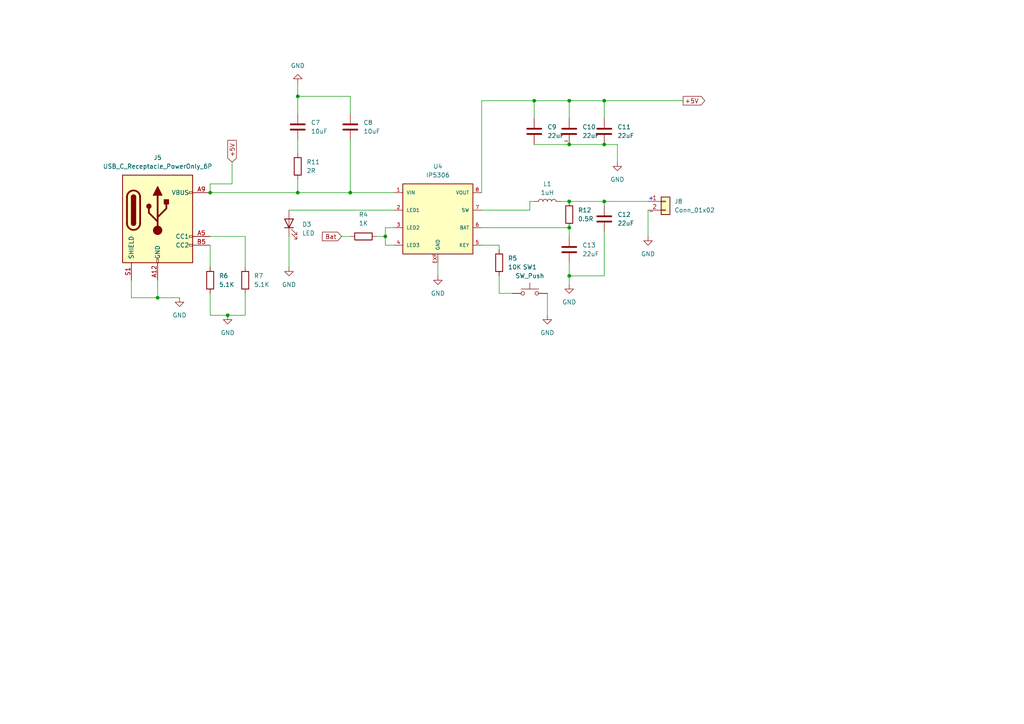
<source format=kicad_sch>
(kicad_sch (version 20230121) (generator eeschema)
  (paper "A4")
  (lib_symbols
    (symbol "Connector:USB_C_Receptacle_PowerOnly_6P" (pin_names (offset 1.016))
      (property "Reference" "J" (at 0 16.51 0))
      (property "Value" "USB_C_Receptacle_PowerOnly_6P" (at 0 13.97 0))
      (symbol "USB_C_Receptacle_PowerOnly_6P_0_0"
        (rectangle (start -0.254 -12.7) (end 0.254 -11.684))
        (rectangle (start 10.16 -7.366) (end 9.144 -7.874))
        (rectangle (start 10.16 -4.826) (end 9.144 -5.334))
        (rectangle (start 10.16 7.874) (end 9.144 7.366))
      )
      (symbol "USB_C_Receptacle_PowerOnly_6P_0_1"
        (rectangle (start -10.16 12.7) (end 10.16 -12.7) (stroke (width 0.254)) (fill (type background)))
        (arc (start -8.89 -1.27) (mid -6.985 -3.1667) (end -5.08 -1.27) (stroke (width 0.508)))
        (arc (start -7.62 -1.27) (mid -6.985 -1.9023) (end -6.35 -1.27) (stroke (width 0.254)))
        (arc (start -7.62 -1.27) (mid -6.985 -1.9023) (end -6.35 -1.27) (stroke (width 0.254)) (fill (type outline)))
        (rectangle (start -7.62 -1.27) (end -6.35 6.35) (stroke (width 0.254)) (fill (type outline)))
        (arc (start -6.35 6.35) (mid -6.985 6.9823) (end -7.62 6.35) (stroke (width 0.254)))
        (arc (start -6.35 6.35) (mid -6.985 6.9823) (end -7.62 6.35) (stroke (width 0.254)) (fill (type outline)))
        (arc (start -5.08 6.35) (mid -6.985 8.2467) (end -8.89 6.35) (stroke (width 0.508)))
        (circle (center -2.54 3.683) (radius 0.635) (stroke (width 0.254)) (fill (type outline)))
        (circle (center 0 -3.302) (radius 1.27) (fill (type outline)))
        (polyline (pts (xy -8.89 -1.27) (xy -8.89 6.35)) (stroke (width 0.508)))
        (polyline (pts (xy -5.08 6.35) (xy -5.08 -1.27)) (stroke (width 0.508)))
        (polyline (pts (xy 0 -3.302) (xy 0 6.858)) (stroke (width 0.508)))
        (polyline (pts (xy 0 -0.762) (xy -2.54 1.778) (xy -2.54 3.048)) (stroke (width 0.508)))
        (polyline (pts (xy 0 0.508) (xy 2.54 3.048) (xy 2.54 4.318)) (stroke (width 0.508)))
        (polyline (pts (xy -1.27 6.858) (xy 0 9.398) (xy 1.27 6.858) (xy -1.27 6.858)) (stroke (width 0.254)) (fill (type outline)))
        (rectangle (start 1.905 4.318) (end 3.175 5.588) (stroke (width 0.254)) (fill (type outline)))
      )
      (symbol "USB_C_Receptacle_PowerOnly_6P_1_1"
        (pin passive line (at 0 -17.78 90) (length 5.08) (name "GND") (number "A12"))
        (pin bidirectional line (at 15.24 -5.08 180) (length 5.08) (name "CC1") (number "A5"))
        (pin passive line (at 15.24 7.62 180) (length 5.08) (name "VBUS") (number "A9"))
        (pin passive line (at 0 -17.78 90) (length 5.08) hide (name "GND") (number "B12"))
        (pin bidirectional line (at 15.24 -7.62 180) (length 5.08) (name "CC2") (number "B5"))
        (pin passive line (at 15.24 7.62 180) (length 5.08) hide (name "VBUS") (number "B9"))
        (pin passive line (at -7.62 -17.78 90) (length 5.08) (name "SHIELD") (number "S1"))
      )
    )
    (symbol "Connector_Generic:Conn_01x02" (pin_names (offset 1.016) hide)
      (property "Reference" "J" (at 0 2.54 0))
      (property "Value" "Conn_01x02" (at 0 -5.08 0))
      (symbol "Conn_01x02_1_1"
        (rectangle (start -1.27 -2.413) (end 0 -2.667) (stroke (width 0.1524)))
        (rectangle (start -1.27 0.127) (end 0 -0.127) (stroke (width 0.1524)))
        (rectangle (start -1.27 1.27) (end 1.27 -3.81) (stroke (width 0.254)) (fill (type background)))
        (pin passive line (at -5.08 0 0) (length 3.81) (name "Pin_1") (number "1"))
        (pin passive line (at -5.08 -2.54 0) (length 3.81) (name "Pin_2") (number "2"))
      )
    )
    (symbol "Device:C" (pin_numbers hide) (pin_names (offset 0.254))
      (property "Reference" "C" (at 0.635 2.54 0))
      (property "Value" "C" (at 0.635 -2.54 0))
      (symbol "C_0_1"
        (polyline (pts (xy -2.032 -0.762) (xy 2.032 -0.762)) (stroke (width 0.508)))
        (polyline (pts (xy -2.032 0.762) (xy 2.032 0.762)) (stroke (width 0.508)))
      )
      (symbol "C_1_1"
        (pin passive line (at 0 3.81 270) (length 2.794) (name "~") (number "1"))
        (pin passive line (at 0 -3.81 90) (length 2.794) (name "~") (number "2"))
      )
    )
    (symbol "Device:L" (pin_numbers hide) (pin_names (offset 1.016) hide)
      (property "Reference" "L" (at -1.27 0 90))
      (property "Value" "L" (at 1.905 0 90))
      (symbol "L_0_1"
        (arc (start 0 -2.54) (mid 0.6323 -1.905) (end 0 -1.27))
        (arc (start 0 -1.27) (mid 0.6323 -0.635) (end 0 0))
        (arc (start 0 0) (mid 0.6323 0.635) (end 0 1.27))
        (arc (start 0 1.27) (mid 0.6323 1.905) (end 0 2.54))
      )
      (symbol "L_1_1"
        (pin passive line (at 0 3.81 270) (length 1.27) (name "1") (number "1"))
        (pin passive line (at 0 -3.81 90) (length 1.27) (name "2") (number "2"))
      )
    )
    (symbol "Device:LED" (pin_numbers hide) (pin_names (offset 1.016) hide)
      (property "Reference" "D" (at 0 2.54 0))
      (property "Value" "LED" (at 0 -2.54 0))
      (symbol "LED_0_1"
        (polyline (pts (xy -1.27 -1.27) (xy -1.27 1.27)) (stroke (width 0.254)))
        (polyline (pts (xy -1.27 0) (xy 1.27 0)))
        (polyline (pts (xy 1.27 -1.27) (xy 1.27 1.27) (xy -1.27 0) (xy 1.27 -1.27)) (stroke (width 0.254)))
        (polyline (pts (xy -3.048 -0.762) (xy -4.572 -2.286) (xy -3.81 -2.286) (xy -4.572 -2.286) (xy -4.572 -1.524)))
        (polyline (pts (xy -1.778 -0.762) (xy -3.302 -2.286) (xy -2.54 -2.286) (xy -3.302 -2.286) (xy -3.302 -1.524)))
      )
      (symbol "LED_1_1"
        (pin passive line (at -3.81 0 0) (length 2.54) (name "K") (number "1"))
        (pin passive line (at 3.81 0 180) (length 2.54) (name "A") (number "2"))
      )
    )
    (symbol "Device:R" (pin_numbers hide) (pin_names (offset 0))
      (property "Reference" "R" (at 2.032 0 90))
      (property "Value" "R" (at 0 0 90))
      (symbol "R_0_1"
        (rectangle (start -1.016 -2.54) (end 1.016 2.54) (stroke (width 0.254)))
      )
      (symbol "R_1_1"
        (pin passive line (at 0 3.81 270) (length 1.27) (name "~") (number "1"))
        (pin passive line (at 0 -3.81 90) (length 1.27) (name "~") (number "2"))
      )
    )
    (symbol "IP5306:IP5306" (pin_names (offset 1.016))
      (property "Reference" "U" (at -10.16 10.922 0))
      (property "Value" "IP5306" (at 2.54 -12.7 0))
      (symbol "IP5306_0_0"
        (rectangle (start -10.16 -10.16) (end 10.16 10.16) (stroke (width 0.254)) (fill (type background)))
        (pin bidirectional line (at -12.7 7.62 0) (length 2.54) (name "VIN") (number "1"))
        (pin bidirectional line (at -12.7 2.54 0) (length 2.54) (name "LED1") (number "2"))
        (pin bidirectional line (at -12.7 -2.54 0) (length 2.54) (name "LED2") (number "3"))
        (pin bidirectional line (at -12.7 -7.62 0) (length 2.54) (name "LED3") (number "4"))
        (pin bidirectional line (at 12.7 -7.62 180) (length 2.54) (name "KEY") (number "5"))
        (pin bidirectional line (at 12.7 -2.54 180) (length 2.54) (name "BAT") (number "6"))
        (pin bidirectional line (at 12.7 2.54 180) (length 2.54) (name "SW") (number "7"))
        (pin bidirectional line (at 12.7 7.62 180) (length 2.54) (name "VOUT") (number "8"))
        (pin bidirectional line (at 0 -12.7 90) (length 2.54) (name "GND") (number "EXP"))
      )
    )
    (symbol "Switch:SW_Push" (pin_numbers hide) (pin_names (offset 1.016) hide)
      (property "Reference" "SW" (at 1.27 2.54 0))
      (property "Value" "SW_Push" (at 0 -1.524 0))
      (symbol "SW_Push_0_1"
        (circle (center -2.032 0) (radius 0.508))
        (polyline (pts (xy 0 1.27) (xy 0 3.048)))
        (polyline (pts (xy 2.54 1.27) (xy -2.54 1.27)))
        (circle (center 2.032 0) (radius 0.508))
        (pin passive line (at -5.08 0 0) (length 2.54) (name "1") (number "1"))
        (pin passive line (at 5.08 0 180) (length 2.54) (name "2") (number "2"))
      )
    )
    (symbol "power:GND" (power) (pin_names (offset 0))
      (property "Value" "GND" (at 0 -3.81 0))
      (symbol "GND_0_1"
        (polyline (pts (xy 0 0) (xy 0 -1.27) (xy 1.27 -1.27) (xy 0 -2.54) (xy -1.27 -1.27) (xy 0 -1.27)))
      )
      (symbol "GND_1_1"
        (pin power_in line (at 0 0 270) (length 0) hide (name "GND") (number "1"))
      )
    )
  )
  (junction (at 60.96 55.88))
  (junction (at 111.76 68.58))
  (junction (at 86.36 27.94))
  (junction (at 165.1 66.04))
  (junction (at 45.72 86.36))
  (junction (at 154.94 29.21))
  (junction (at 165.1 41.91))
  (junction (at 165.1 80.01))
  (junction (at 86.36 55.88))
  (junction (at 165.1 58.42))
  (junction (at 66.04 91.44))
  (junction (at 175.26 58.42))
  (junction (at 175.26 41.91))
  (junction (at 101.6 55.88))
  (junction (at 165.1 29.21))
  (junction (at 175.26 29.21))
  (wire (pts (xy 153.67 58.42) (xy 154.94 58.42)))
  (wire (pts (xy 175.26 41.91) (xy 179.07 41.91)))
  (wire (pts (xy 45.72 86.36) (xy 52.07 86.36)))
  (wire (pts (xy 67.31 53.34) (xy 60.96 53.34)))
  (wire (pts (xy 154.94 29.21) (xy 165.1 29.21)))
  (wire (pts (xy 71.12 85.09) (xy 71.12 91.44)))
  (wire (pts (xy 86.36 40.64) (xy 86.36 44.45)))
  (wire (pts (xy 175.26 29.21) (xy 198.12 29.21)))
  (wire (pts (xy 127 76.2) (xy 127 80.01)))
  (wire (pts (xy 38.1 81.28) (xy 38.1 86.36)))
  (wire (pts (xy 109.22 68.58) (xy 111.76 68.58)))
  (wire (pts (xy 175.26 29.21) (xy 175.26 34.29)))
  (wire (pts (xy 144.78 80.01) (xy 144.78 85.09)))
  (wire (pts (xy 111.76 66.04) (xy 114.3 66.04)))
  (wire (pts (xy 187.96 60.96) (xy 187.96 68.58)))
  (wire (pts (xy 101.6 40.64) (xy 101.6 55.88)))
  (wire (pts (xy 60.96 68.58) (xy 71.12 68.58)))
  (wire (pts (xy 71.12 91.44) (xy 66.04 91.44)))
  (wire (pts (xy 139.7 71.12) (xy 144.78 71.12)))
  (wire (pts (xy 165.1 82.55) (xy 165.1 80.01)))
  (wire (pts (xy 83.82 68.58) (xy 83.82 77.47)))
  (wire (pts (xy 175.26 58.42) (xy 187.96 58.42)))
  (wire (pts (xy 101.6 55.88) (xy 114.3 55.88)))
  (wire (pts (xy 165.1 80.01) (xy 175.26 80.01)))
  (wire (pts (xy 111.76 66.04) (xy 111.76 68.58)))
  (wire (pts (xy 60.96 85.09) (xy 60.96 91.44)))
  (wire (pts (xy 175.26 58.42) (xy 175.26 59.69)))
  (wire (pts (xy 165.1 29.21) (xy 175.26 29.21)))
  (wire (pts (xy 144.78 71.12) (xy 144.78 72.39)))
  (wire (pts (xy 60.96 53.34) (xy 60.96 55.88)))
  (wire (pts (xy 165.1 29.21) (xy 165.1 34.29)))
  (wire (pts (xy 139.7 29.21) (xy 154.94 29.21)))
  (wire (pts (xy 175.26 80.01) (xy 175.26 67.31)))
  (wire (pts (xy 162.56 58.42) (xy 165.1 58.42)))
  (wire (pts (xy 60.96 91.44) (xy 66.04 91.44)))
  (wire (pts (xy 60.96 55.88) (xy 86.36 55.88)))
  (wire (pts (xy 111.76 68.58) (xy 111.76 71.12)))
  (wire (pts (xy 83.82 60.96) (xy 114.3 60.96)))
  (wire (pts (xy 86.36 27.94) (xy 86.36 33.02)))
  (wire (pts (xy 153.67 58.42) (xy 153.67 60.96)))
  (wire (pts (xy 67.31 46.99) (xy 67.31 53.34)))
  (wire (pts (xy 101.6 33.02) (xy 101.6 27.94)))
  (wire (pts (xy 71.12 68.58) (xy 71.12 77.47)))
  (wire (pts (xy 154.94 34.29) (xy 154.94 29.21)))
  (wire (pts (xy 154.94 41.91) (xy 165.1 41.91)))
  (wire (pts (xy 86.36 52.07) (xy 86.36 55.88)))
  (wire (pts (xy 139.7 66.04) (xy 165.1 66.04)))
  (wire (pts (xy 86.36 27.94) (xy 101.6 27.94)))
  (wire (pts (xy 165.1 66.04) (xy 165.1 68.58)))
  (wire (pts (xy 60.96 71.12) (xy 60.96 77.47)))
  (wire (pts (xy 165.1 41.91) (xy 175.26 41.91)))
  (wire (pts (xy 86.36 55.88) (xy 101.6 55.88)))
  (wire (pts (xy 45.72 81.28) (xy 45.72 86.36)))
  (wire (pts (xy 144.78 85.09) (xy 148.59 85.09)))
  (wire (pts (xy 165.1 76.2) (xy 165.1 80.01)))
  (wire (pts (xy 99.06 68.58) (xy 101.6 68.58)))
  (wire (pts (xy 38.1 86.36) (xy 45.72 86.36)))
  (wire (pts (xy 158.75 85.09) (xy 158.75 91.44)))
  (wire (pts (xy 165.1 58.42) (xy 175.26 58.42)))
  (wire (pts (xy 153.67 60.96) (xy 139.7 60.96)))
  (wire (pts (xy 139.7 55.88) (xy 139.7 29.21)))
  (wire (pts (xy 86.36 24.13) (xy 86.36 27.94)))
  (wire (pts (xy 179.07 41.91) (xy 179.07 46.99)))
  (wire (pts (xy 114.3 71.12) (xy 111.76 71.12)))
  (text "-" (at 187.96 62.23 0) (effects (font (size 1.27 1.27)) (justify left bottom)))
  (text "+" (at 187.96 58.42 0) (effects (font (size 1.27 1.27)) (justify left bottom)))
  (label "-" (at 165.1 41.91 180))
  (global_label "+5V" (shape output) (at 198.12 29.21 0) (property "Intersheetrefs" "${INTERSHEET_REFS}" (effects hide)))
  (global_label "Bat" (shape input) (at 99.06 68.58 180) (property "Intersheetrefs" "${INTERSHEET_REFS}" (effects hide)))
  (global_label "+5V" (shape input) (at 67.31 46.99 90) (property "Intersheetrefs" "${INTERSHEET_REFS}" (effects hide)))
  (symbol (lib_id "Device:L") (at 158.75 58.42 90) (unit 1)
    (property "Reference" "L1" (at 158.75 53.34 90))
    (property "Value" "1uH" (at 158.75 55.88 90))
  )
  (symbol (lib_id "Device:C") (at 165.1 38.1 0) (unit 1)
    (property "Reference" "C10" (at 168.91 36.83 0) (effects (justify left)))
    (property "Value" "22uF" (at 168.91 39.37 0) (effects (justify left)))
    (property "Footprint" "Capacitor_SMD:C_0201_0603Metric" (effects hide))
  )
  (symbol (lib_id "power:GND") (at 66.04 91.44 0) (unit 1)
    (property "Reference" "#PWR012" (effects hide))
    (property "Value" "GND" (at 66.04 96.52 0))
  )
  (symbol (lib_id "Device:C") (at 86.36 36.83 0) (unit 1)
    (property "Reference" "C7" (at 90.17 35.56 0) (effects (justify left)))
    (property "Value" "10uF" (at 90.17 38.1 0) (effects (justify left)))
  )
  (symbol (lib_id "Device:R") (at 144.78 76.2 180) (unit 1)
    (property "Reference" "R5" (at 147.32 74.93 0) (effects (justify right)))
    (property "Value" "10K" (at 147.32 77.47 0) (effects (justify right)))
  )
  (symbol (lib_id "power:GND") (at 52.07 86.36 0) (unit 1)
    (property "Reference" "#PWR011" (effects hide))
    (property "Value" "GND" (at 52.07 91.44 0))
  )
  (symbol (lib_id "Switch:SW_Push") (at 153.67 85.09 0) (unit 1)
    (property "Reference" "SW1" (at 153.67 77.47 0))
    (property "Value" "SW_Push" (at 153.67 80.01 0))
    (property "Footprint" "Button_Switch_SMD:SW_SPST_Omron_B3FS-100xP" (effects hide))
  )
  (symbol (lib_id "Device:LED") (at 83.82 64.77 90) (unit 1)
    (property "Reference" "D3" (at 87.63 65.0875 90) (effects (justify right)))
    (property "Value" "LED" (at 87.63 67.6275 90) (effects (justify right)))
    (property "Footprint" "LED_SMD:LED_0201_0603Metric" (effects hide))
  )
  (symbol (lib_id "Device:C") (at 165.1 72.39 0) (unit 1)
    (property "Reference" "C13" (at 168.91 71.12 0) (effects (justify left)))
    (property "Value" "22uF" (at 168.91 73.66 0) (effects (justify left)))
  )
  (symbol (lib_id "Device:C") (at 101.6 36.83 0) (unit 1)
    (property "Reference" "C8" (at 105.41 35.56 0) (effects (justify left)))
    (property "Value" "10uF" (at 105.41 38.1 0) (effects (justify left)))
  )
  (symbol (lib_id "Device:C") (at 175.26 38.1 0) (unit 1)
    (property "Reference" "C11" (at 179.07 36.83 0) (effects (justify left)))
    (property "Value" "22uF" (at 179.07 39.37 0) (effects (justify left)))
    (property "Footprint" "Capacitor_SMD:C_0201_0603Metric" (effects hide))
  )
  (symbol (lib_id "power:GND") (at 187.96 68.58 0) (unit 1)
    (property "Reference" "#PWR030" (effects hide))
    (property "Value" "GND" (at 187.96 73.66 0))
  )
  (symbol (lib_id "Device:R") (at 86.36 48.26 0) (unit 1)
    (property "Reference" "R11" (at 88.9 46.99 0) (effects (justify left)))
    (property "Value" "2R" (at 88.9 49.53 0) (effects (justify left)))
  )
  (symbol (lib_id "Device:R") (at 165.1 62.23 0) (unit 1)
    (property "Reference" "R12" (at 167.64 60.96 0) (effects (justify left)))
    (property "Value" "0.5R " (at 167.64 63.5 0) (effects (justify left)))
  )
  (symbol (lib_id "power:GND") (at 165.1 82.55 0) (unit 1)
    (property "Reference" "#PWR031" (effects hide))
    (property "Value" "GND" (at 165.1 87.63 0))
  )
  (symbol (lib_id "Device:R") (at 60.96 81.28 0) (unit 1)
    (property "Reference" "R6" (at 63.5 80.01 0) (effects (justify left)))
    (property "Value" "5.1K" (at 63.5 82.55 0) (effects (justify left)))
    (property "Footprint" "Resistor_SMD:R_0201_0603Metric" (effects hide))
  )
  (symbol (lib_id "Device:C") (at 154.94 38.1 0) (unit 1)
    (property "Reference" "C9" (at 158.75 36.83 0) (effects (justify left)))
    (property "Value" "22uF" (at 158.75 39.37 0) (effects (justify left)))
    (property "Footprint" "Capacitor_SMD:C_0201_0603Metric" (effects hide))
  )
  (symbol (lib_id "Device:R") (at 71.12 81.28 0) (unit 1)
    (property "Reference" "R7" (at 73.66 80.01 0) (effects (justify left)))
    (property "Value" "5.1K" (at 73.66 82.55 0) (effects (justify left)))
    (property "Footprint" "Resistor_SMD:R_0201_0603Metric" (effects hide))
  )
  (symbol (lib_id "Connector:USB_C_Receptacle_PowerOnly_6P") (at 45.72 63.5 0) (unit 1)
    (property "Reference" "J5" (at 45.72 45.72 0))
    (property "Value" "USB_C_Receptacle_PowerOnly_6P" (at 45.72 48.26 0))
    (property "Footprint" "Connector_USB:USB_A_CNCTech_1001-011-01101_Horizontal" (effects hide))
    (property "Datasheet" "https://www.usb.org/sites/default/files/documents/usb_type-c.zip" (effects hide))
  )
  (symbol (lib_id "power:GND") (at 158.75 91.44 0) (unit 1)
    (property "Reference" "#PWR09" (effects hide))
    (property "Value" "GND" (at 158.75 96.52 0))
  )
  (symbol (lib_id "Connector_Generic:Conn_01x02") (at 193.04 58.42 0) (unit 1)
    (property "Reference" "J8" (at 195.58 58.42 0) (effects (justify left)))
    (property "Value" "Conn_01x02" (at 195.58 60.96 0) (effects (justify left)))
  )
  (symbol (lib_id "IP5306:IP5306") (at 127 63.5 0) (unit 1)
    (property "Reference" "U4" (at 127 48.26 0))
    (property "Value" "IP5306" (at 127 50.8 0))
    (property "Footprint" "IP5306:SOP8-P" (effects hide))
    (property "MF" "Injoinic" (effects hide))
    (property "Description" "\n                        \n                            Fully-Integrated Power Bank System-On-Chip with 2.1A charger, 2.4A discharger\n                        \n" (effects hide))
    (property "Package" "None" (effects hide))
    (property "Price" "None" (effects hide))
    (property "SnapEDA_Link" "https://www.snapeda.com/parts/IP5306/Injoinic/view-part/?ref=snap" (effects hide))
    (property "MP" "IP5306" (effects hide))
    (property "Availability" "In Stock" (effects hide))
    (property "Check_prices" "https://www.snapeda.com/parts/IP5306/Injoinic/view-part/?ref=eda" (effects hide))
  )
  (symbol (lib_id "Device:R") (at 105.41 68.58 90) (unit 1)
    (property "Reference" "R4" (at 105.41 62.23 90))
    (property "Value" "1K" (at 105.41 64.77 90))
  )
  (symbol (lib_id "power:GND") (at 83.82 77.47 0) (unit 1)
    (property "Reference" "#PWR025" (effects hide))
    (property "Value" "GND" (at 83.82 82.55 0))
  )
  (symbol (lib_id "power:GND") (at 179.07 46.99 0) (unit 1)
    (property "Reference" "#PWR028" (effects hide))
    (property "Value" "GND" (at 179.07 52.07 0))
  )
  (symbol (lib_id "power:GND") (at 127 80.01 0) (unit 1)
    (property "Reference" "#PWR027" (effects hide))
    (property "Value" "GND" (at 127 85.09 0))
  )
  (symbol (lib_id "power:GND") (at 86.36 24.13 180) (unit 1)
    (property "Reference" "#PWR024" (effects hide))
    (property "Value" "GND" (at 86.36 19.05 0))
  )
  (symbol (lib_id "Device:C") (at 175.26 63.5 0) (unit 1)
    (property "Reference" "C12" (at 179.07 62.23 0) (effects (justify left)))
    (property "Value" "22uF" (at 179.07 64.77 0) (effects (justify left)))
  )
)
</source>
